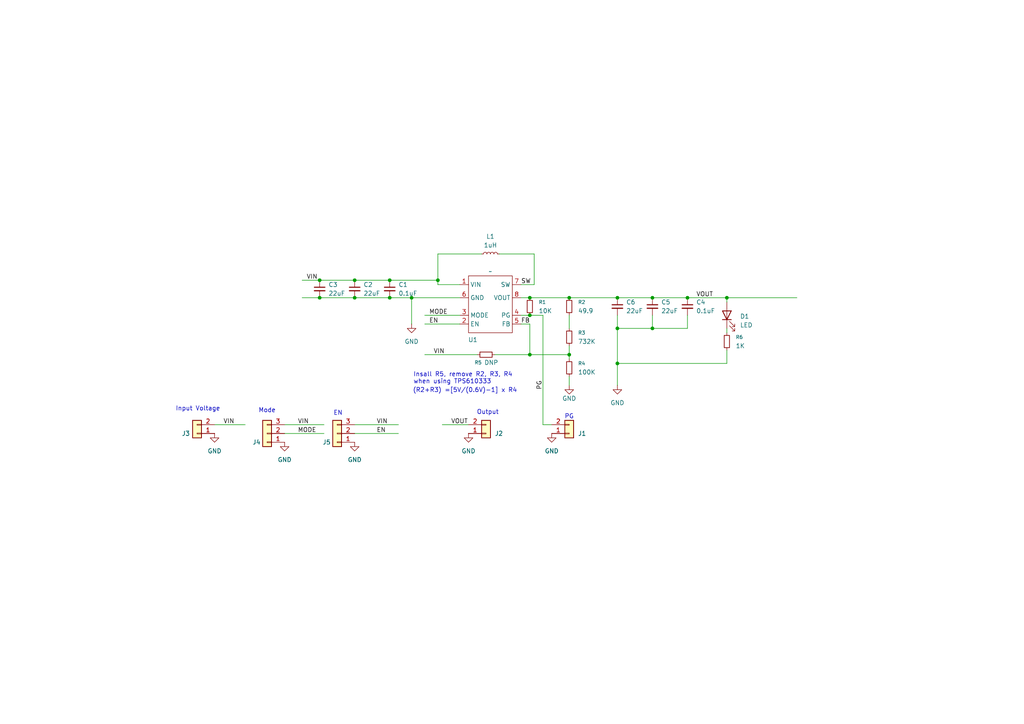
<source format=kicad_sch>
(kicad_sch (version 20250114) (generator "eeschema") (generator_version "9.0")
  (paper "A4")
  (lib_symbols
    (symbol "Connector_Generic:Conn_01x02" (pin_names (offset 1.016) (hide yes))
      (property "Reference" "J" (at 0 2.54 0))
      (property "Value" "Conn_01x02" (at 0 -5.08 0))
      (symbol "Conn_01x02_1_1"
        (rectangle (start -1.27 1.27) (end 1.27 -3.81) (stroke (width 0.254)) (fill (type background)))
        (rectangle (start -1.27 0.127) (end 0 -0.127) (stroke (width 0.1524)))
        (rectangle (start -1.27 -2.413) (end 0 -2.667) (stroke (width 0.1524)))
        (pin passive line (at -5.08 0 0) (length 3.81) (name "Pin_1") (number "1"))
        (pin passive line (at -5.08 -2.54 0) (length 3.81) (name "Pin_2") (number "2"))
      )
    )
    (symbol "Connector_Generic:Conn_01x03" (pin_names (offset 1.016) (hide yes))
      (property "Reference" "J" (at 0 5.08 0))
      (property "Value" "Conn_01x03" (at 0 -5.08 0))
      (symbol "Conn_01x03_1_1"
        (rectangle (start -1.27 3.81) (end 1.27 -3.81) (stroke (width 0.254)) (fill (type background)))
        (rectangle (start -1.27 2.667) (end 0 2.413) (stroke (width 0.1524)))
        (rectangle (start -1.27 0.127) (end 0 -0.127) (stroke (width 0.1524)))
        (rectangle (start -1.27 -2.413) (end 0 -2.667) (stroke (width 0.1524)))
        (pin passive line (at -5.08 2.54 0) (length 3.81) (name "Pin_1") (number "1"))
        (pin passive line (at -5.08 0 0) (length 3.81) (name "Pin_2") (number "2"))
        (pin passive line (at -5.08 -2.54 0) (length 3.81) (name "Pin_3") (number "3"))
      )
    )
    (symbol "Device:C_Small" (pin_numbers (hide yes)) (pin_names (offset 0.254) (hide yes))
      (property "Reference" "C" (at 0.254 1.778 0))
      (property "Value" "C_Small" (at 0.254 -2.032 0))
      (symbol "C_Small_0_1"
        (polyline (pts (xy -1.524 0.508) (xy 1.524 0.508)) (stroke (width 0.3048)))
        (polyline (pts (xy -1.524 -0.508) (xy 1.524 -0.508)) (stroke (width 0.3302)))
      )
      (symbol "C_Small_1_1"
        (pin passive line (at 0 2.54 270) (length 2.032) (name "~") (number "1"))
        (pin passive line (at 0 -2.54 90) (length 2.032) (name "~") (number "2"))
      )
    )
    (symbol "Device:LED" (pin_numbers (hide yes)) (pin_names (offset 1.016) (hide yes))
      (property "Reference" "D" (at 0 2.54 0))
      (property "Value" "LED" (at 0 -2.54 0))
      (symbol "LED_0_1"
        (polyline (pts (xy -3.048 -0.762) (xy -4.572 -2.286) (xy -3.81 -2.286) (xy -4.572 -2.286) (xy -4.572 -1.524)))
        (polyline (pts (xy -1.778 -0.762) (xy -3.302 -2.286) (xy -2.54 -2.286) (xy -3.302 -2.286) (xy -3.302 -1.524)))
        (polyline (pts (xy -1.27 0) (xy 1.27 0)))
        (polyline (pts (xy -1.27 -1.27) (xy -1.27 1.27)) (stroke (width 0.254)))
        (polyline (pts (xy 1.27 -1.27) (xy 1.27 1.27) (xy -1.27 0) (xy 1.27 -1.27)) (stroke (width 0.254)))
      )
      (symbol "LED_1_1"
        (pin passive line (at -3.81 0 0) (length 2.54) (name "K") (number "1"))
        (pin passive line (at 3.81 0 180) (length 2.54) (name "A") (number "2"))
      )
    )
    (symbol "Device:L_Small" (pin_numbers (hide yes)) (pin_names (offset 0.254) (hide yes))
      (property "Reference" "L" (at 0.762 1.016 0))
      (property "Value" "L_Small" (at 0.762 -1.016 0))
      (symbol "L_Small_0_1"
        (arc (start 0 2.032) (mid 0.5058 1.524) (end 0 1.016))
        (arc (start 0 1.016) (mid 0.5058 0.508) (end 0 0))
        (arc (start 0 0) (mid 0.5058 -0.508) (end 0 -1.016))
        (arc (start 0 -1.016) (mid 0.5058 -1.524) (end 0 -2.032))
      )
      (symbol "L_Small_1_1"
        (pin passive line (at 0 2.54 270) (length 0.508) (name "~") (number "1"))
        (pin passive line (at 0 -2.54 90) (length 0.508) (name "~") (number "2"))
      )
    )
    (symbol "Device:R_Small" (pin_numbers (hide yes)) (pin_names (offset 0.254) (hide yes))
      (property "Reference" "R" (at 0 0 90))
      (property "Value" "R_Small" (at 1.778 0 90))
      (symbol "R_Small_0_1"
        (rectangle (start -0.762 1.778) (end 0.762 -1.778) (stroke (width 0.2032)))
      )
      (symbol "R_Small_1_1"
        (pin passive line (at 0 2.54 270) (length 0.762) (name "~") (number "1"))
        (pin passive line (at 0 -2.54 90) (length 0.762) (name "~") (number "2"))
      )
    )
    (symbol "TPS61033:TPS61033"
      (property "Reference" "U" (at -2.54 9.906 0))
      (symbol "TPS61033_0_1"
        (rectangle (start -3.81 8.89) (end 8.89 -7.62))
      )
      (symbol "TPS61033_1_1"
        (pin input line (at -6.35 6.35 0) (length 2.54) (name "VIN") (number "1"))
        (pin input line (at -6.35 2.54 0) (length 2.54) (name "GND") (number "6"))
        (pin input line (at -6.35 -2.54 0) (length 2.54) (name "MODE") (number "3"))
        (pin input line (at -6.35 -5.08 0) (length 2.54) (name "EN") (number "2"))
        (pin input line (at 11.43 6.35 180) (length 2.54) (name "SW") (number "7"))
        (pin output line (at 11.43 2.54 180) (length 2.54) (name "VOUT") (number "8"))
        (pin output line (at 11.43 -2.54 180) (length 2.54) (name "PG") (number "4"))
        (pin output line (at 11.43 -5.08 180) (length 2.54) (name "FB") (number "5"))
      )
    )
    (symbol "power:GND" (power) (pin_numbers (hide yes)) (pin_names (offset 0) (hide yes))
      (property "Value" "GND" (at 0 -3.81 0))
      (symbol "GND_0_1"
        (polyline (pts (xy 0 0) (xy 0 -1.27) (xy 1.27 -1.27) (xy 0 -2.54) (xy -1.27 -1.27) (xy 0 -1.27)))
      )
      (symbol "GND_1_1"
        (pin power_in line (at 0 0 270) (length 0) (name "~") (number "1"))
      )
    )
  )
  (text "(R2+R3) =[5V/(0.6V)-1] x R4" (at 134.874 113.284 0) (effects (font (size 1.27 1.27))))
  (text "Output\n" (at 141.478 119.634 0) (effects (font (size 1.27 1.27))))
  (text "PG" (at 165.1 120.904 0) (effects (font (size 1.27 1.27))))
  (text "EN" (at 98.044 119.888 0) (effects (font (size 1.27 1.27))))
  (text "Insall R5, remove R2, R3, R4 \nwhen using TPS610333" (at 119.888 109.728 0) (effects (font (size 1.27 1.27)) (justify left)))
  (text "Input Voltage" (at 57.404 118.618 0) (effects (font (size 1.27 1.27))))
  (text "Mode" (at 77.47 119.126 0) (effects (font (size 1.27 1.27))))
  (junction (at 92.71 81.28))
  (junction (at 113.03 81.28))
  (junction (at 179.07 86.36))
  (junction (at 179.07 105.41))
  (junction (at 189.23 95.25))
  (junction (at 127 81.28))
  (junction (at 153.67 102.87))
  (junction (at 165.1 86.36))
  (junction (at 92.71 86.36))
  (junction (at 113.03 86.36))
  (junction (at 189.23 86.36))
  (junction (at 119.38 86.36))
  (junction (at 153.67 86.36))
  (junction (at 210.82 86.36))
  (junction (at 199.39 86.36))
  (junction (at 153.67 91.44))
  (junction (at 165.1 102.87))
  (junction (at 102.87 81.28))
  (junction (at 179.07 95.25))
  (junction (at 102.87 86.36))
  (wire (pts (xy 179.07 105.41) (xy 210.82 105.41)))
  (wire (pts (xy 153.67 93.98) (xy 153.67 102.87)))
  (wire (pts (xy 165.1 102.87) (xy 165.1 104.14)))
  (wire (pts (xy 143.51 102.87) (xy 153.67 102.87)))
  (wire (pts (xy 189.23 86.36) (xy 199.39 86.36)))
  (wire (pts (xy 62.23 123.19) (xy 71.12 123.19)))
  (wire (pts (xy 92.71 86.36) (xy 102.87 86.36)))
  (wire (pts (xy 179.07 95.25) (xy 179.07 105.41)))
  (wire (pts (xy 157.48 91.44) (xy 157.48 123.19)))
  (wire (pts (xy 123.19 93.98) (xy 133.35 93.98)))
  (wire (pts (xy 102.87 125.73) (xy 115.57 125.73)))
  (wire (pts (xy 87.63 81.28) (xy 92.71 81.28)))
  (wire (pts (xy 127 81.28) (xy 127 82.55)))
  (wire (pts (xy 133.35 86.36) (xy 119.38 86.36)))
  (wire (pts (xy 119.38 86.36) (xy 119.38 93.98)))
  (wire (pts (xy 179.07 91.44) (xy 179.07 95.25)))
  (wire (pts (xy 179.07 86.36) (xy 189.23 86.36)))
  (wire (pts (xy 179.07 105.41) (xy 179.07 111.76)))
  (wire (pts (xy 123.19 102.87) (xy 138.43 102.87)))
  (wire (pts (xy 102.87 86.36) (xy 113.03 86.36)))
  (wire (pts (xy 151.13 93.98) (xy 153.67 93.98)))
  (wire (pts (xy 199.39 86.36) (xy 210.82 86.36)))
  (wire (pts (xy 154.94 82.55) (xy 154.94 73.66)))
  (wire (pts (xy 199.39 91.44) (xy 199.39 95.25)))
  (wire (pts (xy 82.55 125.73) (xy 93.98 125.73)))
  (wire (pts (xy 165.1 86.36) (xy 179.07 86.36)))
  (wire (pts (xy 113.03 81.28) (xy 127 81.28)))
  (wire (pts (xy 113.03 86.36) (xy 119.38 86.36)))
  (wire (pts (xy 210.82 86.36) (xy 210.82 87.63)))
  (wire (pts (xy 210.82 105.41) (xy 210.82 101.6)))
  (wire (pts (xy 210.82 95.25) (xy 210.82 96.52)))
  (wire (pts (xy 82.55 123.19) (xy 93.98 123.19)))
  (wire (pts (xy 92.71 81.28) (xy 102.87 81.28)))
  (wire (pts (xy 102.87 123.19) (xy 115.57 123.19)))
  (wire (pts (xy 210.82 86.36) (xy 231.14 86.36)))
  (wire (pts (xy 127 73.66) (xy 127 81.28)))
  (wire (pts (xy 189.23 95.25) (xy 179.07 95.25)))
  (wire (pts (xy 157.48 123.19) (xy 160.02 123.19)))
  (wire (pts (xy 153.67 102.87) (xy 165.1 102.87)))
  (wire (pts (xy 153.67 91.44) (xy 157.48 91.44)))
  (wire (pts (xy 127 82.55) (xy 133.35 82.55)))
  (wire (pts (xy 154.94 73.66) (xy 144.78 73.66)))
  (wire (pts (xy 151.13 86.36) (xy 153.67 86.36)))
  (wire (pts (xy 87.63 86.36) (xy 92.71 86.36)))
  (wire (pts (xy 189.23 91.44) (xy 189.23 95.25)))
  (wire (pts (xy 123.19 91.44) (xy 133.35 91.44)))
  (wire (pts (xy 151.13 91.44) (xy 153.67 91.44)))
  (wire (pts (xy 165.1 91.44) (xy 165.1 95.25)))
  (wire (pts (xy 165.1 100.33) (xy 165.1 102.87)))
  (wire (pts (xy 102.87 81.28) (xy 113.03 81.28)))
  (wire (pts (xy 151.13 82.55) (xy 154.94 82.55)))
  (wire (pts (xy 153.67 86.36) (xy 165.1 86.36)))
  (wire (pts (xy 139.7 73.66) (xy 127 73.66)))
  (wire (pts (xy 165.1 109.22) (xy 165.1 111.76)))
  (wire (pts (xy 128.27 123.19) (xy 135.89 123.19)))
  (wire (pts (xy 199.39 95.25) (xy 189.23 95.25)))
  (label "VOUT" (at 130.81 123.19 0))
  (label "EN" (at 109.22 125.73 0))
  (label "SW" (at 151.13 82.55 0))
  (label "MODE" (at 86.36 125.73 0))
  (label "VIN" (at 125.73 102.87 0))
  (label "VIN" (at 86.36 123.19 0))
  (label "EN" (at 124.46 93.98 0))
  (label "VOUT" (at 201.93 86.36 0))
  (label "VIN" (at 109.22 123.19 0))
  (label "FB" (at 151.13 93.98 0))
  (label "VIN" (at 88.9 81.28 0))
  (label "PG" (at 157.48 113.03 90))
  (label "VIN" (at 64.77 123.19 0))
  (label "MODE" (at 124.46 91.44 0))
  (symbol (lib_id "Device:R_Small") (at 210.82 99.06 0) (unit 1)
    (property "Reference" "R6" (at 213.36 97.7899 0) (effects (font (size 1.016 1.016)) (justify left)))
    (property "Value" "1K" (at 213.36 100.3299 0) (effects (justify left)))
    (property "Footprint" "Resistor_SMD:R_0603_1608Metric_Pad0.98x0.95mm_HandSolder" (effects (hide yes)))
    (property "Description" "Resistor, small symbol" (effects (hide yes)))
  )
  (symbol (lib_id "power:GND") (at 135.89 125.73 0) (unit 1)
    (property "Reference" "#PWR06" (effects (hide yes)))
    (property "Value" "GND" (at 135.89 130.81 0))
    (property "Description" "Power symbol creates a global label with name \"GND\" , ground" (effects (hide yes)))
  )
  (symbol (lib_id "Connector_Generic:Conn_01x03") (at 97.79 125.73 180) (unit 1)
    (property "Reference" "J5" (at 94.742 128.27 0))
    (property "Value" "Conn_01x03" (effects (hide yes)))
    (property "Footprint" "Connector_PinHeader_2.54mm:PinHeader_1x03_P2.54mm_Vertical" (effects (hide yes)))
    (property "Description" "Generic connector, single row, 01x03, script generated (kicad-library-utils/schlib/autogen/connector/)" (effects (hide yes)))
  )
  (symbol (lib_id "Device:LED") (at 210.82 91.44 90) (unit 1)
    (property "Reference" "D1" (at 214.63 91.7574 90) (effects (justify right)))
    (property "Value" "LED" (at 214.63 94.2974 90) (effects (justify right)))
    (property "Footprint" "LED_SMD:LED_0603_1608Metric" (effects (hide yes)))
    (property "Description" "Light emitting diode" (effects (hide yes)))
    (property "Sim.Pins" "1=K 2=A" (effects (hide yes)))
  )
  (symbol (lib_id "power:GND") (at 82.55 128.27 0) (unit 1)
    (property "Reference" "#PWR08" (effects (hide yes)))
    (property "Value" "GND" (at 82.55 133.35 0))
    (property "Description" "Power symbol creates a global label with name \"GND\" , ground" (effects (hide yes)))
  )
  (symbol (lib_id "Device:C_Small") (at 102.87 83.82 0) (unit 1)
    (property "Reference" "C2" (at 105.41 82.5562 0) (effects (justify left)))
    (property "Value" "22uF" (at 105.41 85.0962 0) (effects (justify left)))
    (property "Footprint" "Capacitor_SMD:C_0805_2012Metric_Pad1.18x1.45mm_HandSolder" (effects (hide yes)))
    (property "Description" "Unpolarized capacitor, small symbol" (effects (hide yes)))
  )
  (symbol (lib_id "Connector_Generic:Conn_01x02") (at 140.97 125.73 0) (mirror x) (unit 1)
    (property "Reference" "J2" (at 143.51 125.7301 0) (effects (justify left)))
    (property "Value" "Conn_01x02" (effects (hide yes)))
    (property "Footprint" "Connector_PinHeader_2.54mm:PinHeader_1x02_P2.54mm_Vertical" (effects (hide yes)))
    (property "Description" "Generic connector, single row, 01x02, script generated (kicad-library-utils/schlib/autogen/connector/)" (effects (hide yes)))
  )
  (symbol (lib_id "Device:C_Small") (at 113.03 83.82 0) (unit 1)
    (property "Reference" "C1" (at 115.57 82.5562 0) (effects (justify left)))
    (property "Value" "0.1uF" (at 115.57 85.0962 0) (effects (justify left)))
    (property "Footprint" "Capacitor_SMD:C_0805_2012Metric_Pad1.18x1.45mm_HandSolder" (effects (hide yes)))
    (property "Description" "Unpolarized capacitor, small symbol" (effects (hide yes)))
  )
  (symbol (lib_id "Connector_Generic:Conn_01x02") (at 165.1 125.73 0) (mirror x) (unit 1)
    (property "Reference" "J1" (at 167.64 125.7301 0) (effects (justify left)))
    (property "Value" "Conn_01x02" (effects (hide yes)))
    (property "Footprint" "Connector_PinHeader_2.54mm:PinHeader_1x02_P2.54mm_Vertical" (effects (hide yes)))
    (property "Description" "Generic connector, single row, 01x02, script generated (kicad-library-utils/schlib/autogen/connector/)" (effects (hide yes)))
  )
  (symbol (lib_id "TPS61033:TPS61033") (at 139.7 88.9 0) (unit 1)
    (property "Reference" "U1" (at 137.16 98.552 0))
    (property "Value" "~" (at 142.24 78.74 0))
    (property "Footprint" "TPS61033:SOT-5X3" (effects (hide yes)))
  )
  (symbol (lib_id "Device:L_Small") (at 142.24 73.66 90) (unit 1)
    (property "Reference" "L1" (at 142.24 68.58 90))
    (property "Value" "1uH" (at 142.24 71.12 90))
    (property "Footprint" "TPS61033:IND_EXLA-0402_EAT" (effects (hide yes)))
    (property "Description" "Inductor, small symbol" (effects (hide yes)))
  )
  (symbol (lib_id "Device:R_Small") (at 140.97 102.87 90) (unit 1)
    (property "Reference" "R5" (at 138.684 105.156 90) (effects (font (size 1.016 1.016))))
    (property "Value" "DNP" (at 142.494 105.156 90))
    (property "Footprint" "Resistor_SMD:R_0603_1608Metric_Pad0.98x0.95mm_HandSolder" (effects (hide yes)))
    (property "Description" "Resistor, small symbol" (effects (hide yes)))
  )
  (symbol (lib_id "Device:C_Small") (at 189.23 88.9 0) (unit 1)
    (property "Reference" "C5" (at 191.77 87.6362 0) (effects (justify left)))
    (property "Value" "22uF" (at 191.77 90.1762 0) (effects (justify left)))
    (property "Footprint" "Capacitor_SMD:C_0805_2012Metric_Pad1.18x1.45mm_HandSolder" (effects (hide yes)))
    (property "Description" "Unpolarized capacitor, small symbol" (effects (hide yes)))
  )
  (symbol (lib_id "power:GND") (at 62.23 125.73 0) (unit 1)
    (property "Reference" "#PWR09" (effects (hide yes)))
    (property "Value" "GND" (at 62.23 130.81 0))
    (property "Description" "Power symbol creates a global label with name \"GND\" , ground" (effects (hide yes)))
  )
  (symbol (lib_id "Device:R_Small") (at 165.1 88.9 0) (unit 1)
    (property "Reference" "R2" (at 167.64 87.6299 0) (effects (font (size 1.016 1.016)) (justify left)))
    (property "Value" "49.9" (at 167.64 90.1699 0) (effects (justify left)))
    (property "Footprint" "Resistor_SMD:R_0603_1608Metric_Pad0.98x0.95mm_HandSolder" (effects (hide yes)))
    (property "Description" "Resistor, small symbol" (effects (hide yes)))
  )
  (symbol (lib_id "Device:C_Small") (at 199.39 88.9 0) (unit 1)
    (property "Reference" "C4" (at 201.93 87.6362 0) (effects (justify left)))
    (property "Value" "0.1uF" (at 201.93 90.1762 0) (effects (justify left)))
    (property "Footprint" "Capacitor_SMD:C_0805_2012Metric_Pad1.18x1.45mm_HandSolder" (effects (hide yes)))
    (property "Description" "Unpolarized capacitor, small symbol" (effects (hide yes)))
  )
  (symbol (lib_id "Connector_Generic:Conn_01x02") (at 57.15 125.73 180) (unit 1)
    (property "Reference" "J3" (at 55.118 125.73 0) (effects (justify left)))
    (property "Value" "Conn_01x02" (effects (hide yes)))
    (property "Footprint" "Connector_PinHeader_2.54mm:PinHeader_1x02_P2.54mm_Vertical" (effects (hide yes)))
    (property "Description" "Generic connector, single row, 01x02, script generated (kicad-library-utils/schlib/autogen/connector/)" (effects (hide yes)))
  )
  (symbol (lib_id "Device:R_Small") (at 165.1 106.68 0) (unit 1)
    (property "Reference" "R4" (at 167.64 105.4099 0) (effects (font (size 1.016 1.016)) (justify left)))
    (property "Value" "100K" (at 167.64 107.9499 0) (effects (justify left)))
    (property "Footprint" "Resistor_SMD:R_0603_1608Metric_Pad0.98x0.95mm_HandSolder" (effects (hide yes)))
    (property "Description" "Resistor, small symbol" (effects (hide yes)))
  )
  (symbol (lib_id "power:GND") (at 119.38 93.98 0) (unit 1)
    (property "Reference" "#PWR01" (effects (hide yes)))
    (property "Value" "GND" (at 119.38 99.06 0))
    (property "Description" "Power symbol creates a global label with name \"GND\" , ground" (effects (hide yes)))
  )
  (symbol (lib_id "Connector_Generic:Conn_01x03") (at 77.47 125.73 180) (unit 1)
    (property "Reference" "J4" (at 74.422 128.27 0))
    (property "Value" "Conn_01x03" (effects (hide yes)))
    (property "Footprint" "Connector_PinHeader_2.54mm:PinHeader_1x03_P2.54mm_Vertical" (effects (hide yes)))
    (property "Description" "Generic connector, single row, 01x03, script generated (kicad-library-utils/schlib/autogen/connector/)" (effects (hide yes)))
  )
  (symbol (lib_id "Device:C_Small") (at 92.71 83.82 0) (unit 1)
    (property "Reference" "C3" (at 95.25 82.5562 0) (effects (justify left)))
    (property "Value" "22uF" (at 95.25 85.0962 0) (effects (justify left)))
    (property "Footprint" "Capacitor_SMD:C_0805_2012Metric_Pad1.18x1.45mm_HandSolder" (effects (hide yes)))
    (property "Description" "Unpolarized capacitor, small symbol" (effects (hide yes)))
  )
  (symbol (lib_id "power:GND") (at 179.07 111.76 0) (unit 1)
    (property "Reference" "#PWR03" (effects (hide yes)))
    (property "Value" "GND" (at 179.07 116.84 0))
    (property "Description" "Power symbol creates a global label with name \"GND\" , ground" (effects (hide yes)))
  )
  (symbol (lib_id "Device:R_Small") (at 165.1 97.79 0) (unit 1)
    (property "Reference" "R3" (at 167.64 96.5199 0) (effects (font (size 1.016 1.016)) (justify left)))
    (property "Value" "732K" (at 167.64 99.0599 0) (effects (justify left)))
    (property "Footprint" "Resistor_SMD:R_0603_1608Metric_Pad0.98x0.95mm_HandSolder" (effects (hide yes)))
    (property "Description" "Resistor, small symbol" (effects (hide yes)))
  )
  (symbol (lib_id "Device:R_Small") (at 153.67 88.9 0) (unit 1)
    (property "Reference" "R1" (at 156.21 87.6299 0) (effects (font (size 1.016 1.016)) (justify left)))
    (property "Value" "10K" (at 156.21 90.1699 0) (effects (justify left)))
    (property "Footprint" "Resistor_SMD:R_0603_1608Metric_Pad0.98x0.95mm_HandSolder" (effects (hide yes)))
    (property "Description" "Resistor, small symbol" (effects (hide yes)))
  )
  (symbol (lib_id "power:GND") (at 165.1 111.76 0) (unit 1)
    (property "Reference" "#PWR02" (effects (hide yes)))
    (property "Value" "GND" (at 165.1 115.57 0))
    (property "Description" "Power symbol creates a global label with name \"GND\" , ground" (effects (hide yes)))
  )
  (symbol (lib_id "power:GND") (at 102.87 128.27 0) (unit 1)
    (property "Reference" "#PWR07" (effects (hide yes)))
    (property "Value" "GND" (at 102.87 133.35 0))
    (property "Description" "Power symbol creates a global label with name \"GND\" , ground" (effects (hide yes)))
  )
  (symbol (lib_id "Device:C_Small") (at 179.07 88.9 0) (unit 1)
    (property "Reference" "C6" (at 181.61 87.6362 0) (effects (justify left)))
    (property "Value" "22uF" (at 181.61 90.1762 0) (effects (justify left)))
    (property "Footprint" "Capacitor_SMD:C_0805_2012Metric_Pad1.18x1.45mm_HandSolder" (effects (hide yes)))
    (property "Description" "Unpolarized capacitor, small symbol" (effects (hide yes)))
  )
  (symbol (lib_id "power:GND") (at 160.02 125.73 0) (unit 1)
    (property "Reference" "#PWR05" (effects (hide yes)))
    (property "Value" "GND" (at 160.02 130.81 0))
    (property "Description" "Power symbol creates a global label with name \"GND\" , ground" (effects (hide yes)))
  )
)
</source>
